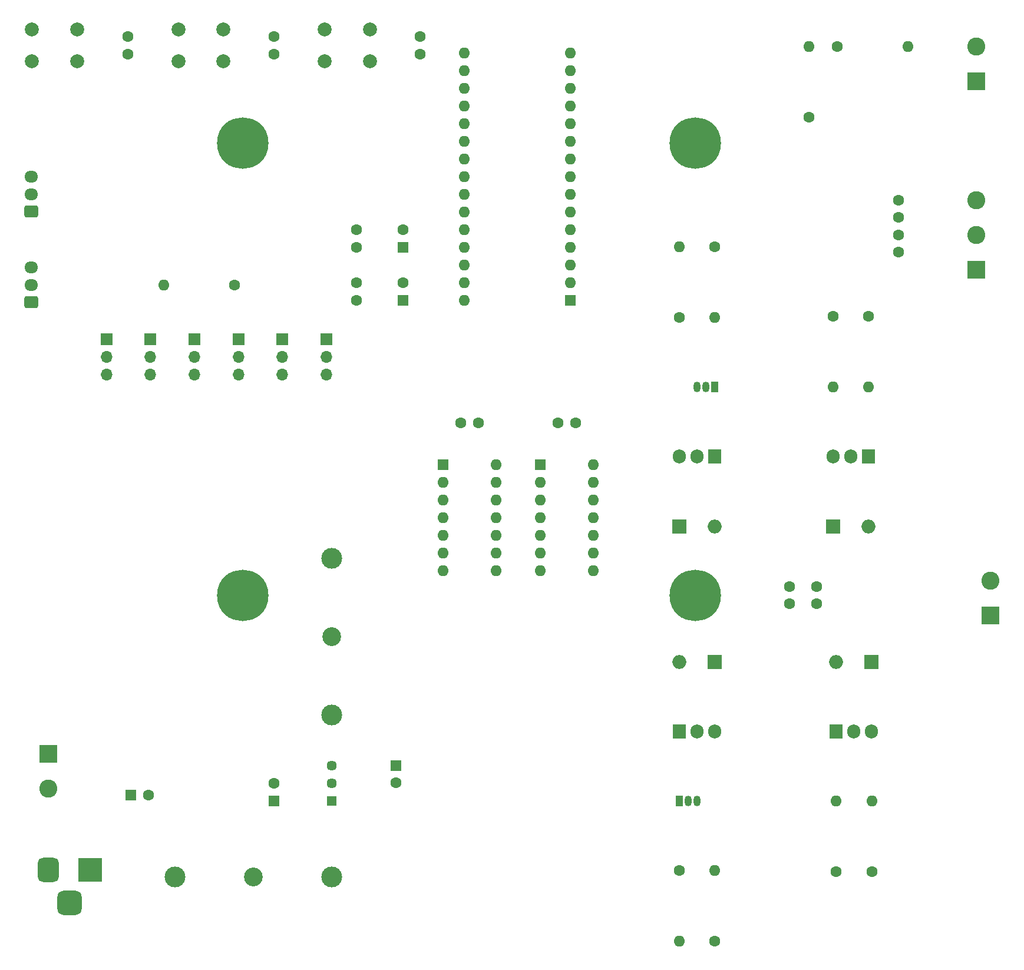
<source format=gbr>
G04 #@! TF.GenerationSoftware,KiCad,Pcbnew,(6.0.2)*
G04 #@! TF.CreationDate,2022-02-23T22:00:32+01:00*
G04 #@! TF.ProjectId,garagen_pcb,67617261-6765-46e5-9f70-63622e6b6963,rev?*
G04 #@! TF.SameCoordinates,Original*
G04 #@! TF.FileFunction,Soldermask,Bot*
G04 #@! TF.FilePolarity,Negative*
%FSLAX46Y46*%
G04 Gerber Fmt 4.6, Leading zero omitted, Abs format (unit mm)*
G04 Created by KiCad (PCBNEW (6.0.2)) date 2022-02-23 22:00:32*
%MOMM*%
%LPD*%
G01*
G04 APERTURE LIST*
G04 Aperture macros list*
%AMRoundRect*
0 Rectangle with rounded corners*
0 $1 Rounding radius*
0 $2 $3 $4 $5 $6 $7 $8 $9 X,Y pos of 4 corners*
0 Add a 4 corners polygon primitive as box body*
4,1,4,$2,$3,$4,$5,$6,$7,$8,$9,$2,$3,0*
0 Add four circle primitives for the rounded corners*
1,1,$1+$1,$2,$3*
1,1,$1+$1,$4,$5*
1,1,$1+$1,$6,$7*
1,1,$1+$1,$8,$9*
0 Add four rect primitives between the rounded corners*
20,1,$1+$1,$2,$3,$4,$5,0*
20,1,$1+$1,$4,$5,$6,$7,0*
20,1,$1+$1,$6,$7,$8,$9,0*
20,1,$1+$1,$8,$9,$2,$3,0*%
G04 Aperture macros list end*
%ADD10C,1.600000*%
%ADD11O,1.600000X1.600000*%
%ADD12R,3.500000X3.500000*%
%ADD13RoundRect,0.750000X-0.750000X-1.000000X0.750000X-1.000000X0.750000X1.000000X-0.750000X1.000000X0*%
%ADD14RoundRect,0.875000X-0.875000X-0.875000X0.875000X-0.875000X0.875000X0.875000X-0.875000X0.875000X0*%
%ADD15RoundRect,0.250000X0.725000X-0.600000X0.725000X0.600000X-0.725000X0.600000X-0.725000X-0.600000X0*%
%ADD16O,1.950000X1.700000*%
%ADD17R,1.448000X1.448000*%
%ADD18C,1.448000*%
%ADD19R,1.600000X1.600000*%
%ADD20C,0.800000*%
%ADD21C,7.400000*%
%ADD22R,1.700000X1.700000*%
%ADD23O,1.700000X1.700000*%
%ADD24R,2.600000X2.600000*%
%ADD25C,2.600000*%
%ADD26R,2.000000X2.000000*%
%ADD27O,2.000000X2.000000*%
%ADD28R,1.050000X1.500000*%
%ADD29O,1.050000X1.500000*%
%ADD30C,2.700000*%
%ADD31C,3.000000*%
%ADD32R,1.905000X2.000000*%
%ADD33O,1.905000X2.000000*%
%ADD34C,2.000000*%
G04 APERTURE END LIST*
D10*
X156032200Y-65435200D03*
D11*
X156032200Y-75595200D03*
D12*
X44201600Y-144990900D03*
D13*
X38201600Y-144990900D03*
D14*
X41201600Y-149690900D03*
D15*
X35712400Y-50339000D03*
D16*
X35712400Y-47839000D03*
X35712400Y-45339000D03*
D10*
X70612960Y-25211400D03*
X70612960Y-27711400D03*
D17*
X78917800Y-135051800D03*
D18*
X78917800Y-132511800D03*
X78917800Y-129971800D03*
D19*
X108867150Y-86761400D03*
D11*
X108867150Y-89301400D03*
X108867150Y-91841400D03*
X108867150Y-94381400D03*
X108867150Y-96921400D03*
X108867150Y-99461400D03*
X108867150Y-102001400D03*
X116487150Y-102001400D03*
X116487150Y-99461400D03*
X116487150Y-96921400D03*
X116487150Y-94381400D03*
X116487150Y-91841400D03*
X116487150Y-89301400D03*
X116487150Y-86761400D03*
D10*
X160324800Y-53699400D03*
X160324800Y-56199400D03*
D20*
X133077021Y-103549379D03*
X128339800Y-105511600D03*
X129152579Y-107473821D03*
D21*
X131114800Y-105511600D03*
D20*
X131114800Y-102736600D03*
X131114800Y-108286600D03*
X133889800Y-105511600D03*
X133077021Y-107473821D03*
X129152579Y-103549379D03*
D10*
X144729200Y-106744000D03*
X144729200Y-104244000D03*
D22*
X59166760Y-68747400D03*
D23*
X59166760Y-71287400D03*
X59166760Y-73827400D03*
D10*
X147464400Y-36808400D03*
D11*
X147464400Y-26648400D03*
D10*
X148564600Y-106744000D03*
X148564600Y-104244000D03*
D19*
X94907150Y-86761400D03*
D11*
X94907150Y-89301400D03*
X94907150Y-91841400D03*
X94907150Y-94381400D03*
X94907150Y-96921400D03*
X94907150Y-99461400D03*
X94907150Y-102001400D03*
X102527150Y-102001400D03*
X102527150Y-99461400D03*
X102527150Y-96921400D03*
X102527150Y-94381400D03*
X102527150Y-91841400D03*
X102527150Y-89301400D03*
X102527150Y-86761400D03*
D22*
X52847240Y-68747400D03*
D23*
X52847240Y-71287400D03*
X52847240Y-73827400D03*
D10*
X160324800Y-48699400D03*
X160324800Y-51199400D03*
X49582720Y-25211400D03*
X49582720Y-27711400D03*
D24*
X171526200Y-31648400D03*
D25*
X171526200Y-26648400D03*
D10*
X150952200Y-65435200D03*
D11*
X150952200Y-75595200D03*
D10*
X64922400Y-60898400D03*
D11*
X54762400Y-60898400D03*
D15*
X35712400Y-63398400D03*
D16*
X35712400Y-60898400D03*
X35712400Y-58398400D03*
D10*
X82433000Y-63119000D03*
X82433000Y-60619000D03*
D20*
X68077021Y-38549379D03*
X66114800Y-43286600D03*
X64152579Y-42473821D03*
X68889800Y-40511600D03*
X66114800Y-37736600D03*
X63339800Y-40511600D03*
D21*
X66114800Y-40511600D03*
D20*
X68077021Y-42473821D03*
X64152579Y-38549379D03*
D26*
X150952200Y-95595200D03*
D27*
X156032200Y-95595200D03*
D26*
X128854200Y-95595200D03*
D27*
X133934200Y-95595200D03*
D28*
X133934200Y-75595200D03*
D29*
X132664200Y-75595200D03*
X131394200Y-75595200D03*
D26*
X133934200Y-115102600D03*
D27*
X128854200Y-115102600D03*
D20*
X66114800Y-108286600D03*
D21*
X66114800Y-105511600D03*
D20*
X64152579Y-103549379D03*
X68077021Y-103549379D03*
X66114800Y-102736600D03*
X68077021Y-107473821D03*
X64152579Y-107473821D03*
X63339800Y-105511600D03*
X68889800Y-105511600D03*
D19*
X88112600Y-129971800D03*
D10*
X88112600Y-132471800D03*
D26*
X156438600Y-115102600D03*
D27*
X151358600Y-115102600D03*
D10*
X151358600Y-145262600D03*
D11*
X151358600Y-135102600D03*
D22*
X71805800Y-68747400D03*
D23*
X71805800Y-71287400D03*
X71805800Y-73827400D03*
D30*
X67667800Y-145999200D03*
D31*
X78917800Y-145999200D03*
X56417800Y-145999200D03*
D32*
X133934200Y-85595200D03*
D33*
X131394200Y-85595200D03*
X128854200Y-85595200D03*
D30*
X78917800Y-111457400D03*
D31*
X78917800Y-100207400D03*
X78917800Y-122707400D03*
D10*
X91643200Y-25211400D03*
X91643200Y-27711400D03*
D19*
X70586600Y-135051800D03*
D10*
X70586600Y-132551800D03*
D34*
X84378080Y-24211400D03*
X77878080Y-24211400D03*
X84378080Y-28711400D03*
X77878080Y-28711400D03*
D10*
X113917150Y-80700800D03*
X111417150Y-80700800D03*
D34*
X56847840Y-24211400D03*
X63347840Y-24211400D03*
X56847840Y-28711400D03*
X63347840Y-28711400D03*
D22*
X78125320Y-68747400D03*
D23*
X78125320Y-71287400D03*
X78125320Y-73827400D03*
D10*
X82433000Y-55499000D03*
X82433000Y-52999000D03*
D32*
X128854200Y-125102600D03*
D33*
X131394200Y-125102600D03*
X133934200Y-125102600D03*
D22*
X65486280Y-68747400D03*
D23*
X65486280Y-71287400D03*
X65486280Y-73827400D03*
D19*
X89164000Y-63119000D03*
D10*
X89164000Y-60619000D03*
X133934200Y-55435200D03*
D11*
X133934200Y-65595200D03*
D24*
X173558200Y-108384200D03*
D25*
X173558200Y-103384200D03*
D24*
X38201600Y-128295400D03*
D25*
X38201600Y-133295400D03*
D28*
X128854200Y-135102600D03*
D29*
X130124200Y-135102600D03*
X131394200Y-135102600D03*
D10*
X151528400Y-26648400D03*
D11*
X161688400Y-26648400D03*
D32*
X156032200Y-85595200D03*
D33*
X153492200Y-85595200D03*
X150952200Y-85595200D03*
D10*
X133934200Y-155262600D03*
D11*
X133934200Y-145102600D03*
D32*
X151358600Y-125102600D03*
D33*
X153898600Y-125102600D03*
X156438600Y-125102600D03*
D10*
X128854200Y-65595200D03*
D11*
X128854200Y-55435200D03*
D22*
X46527720Y-68747400D03*
D23*
X46527720Y-71287400D03*
X46527720Y-73827400D03*
D19*
X89164000Y-55499000D03*
D10*
X89164000Y-52999000D03*
D19*
X113233200Y-63119000D03*
D11*
X113233200Y-60579000D03*
X113233200Y-58039000D03*
X113233200Y-55499000D03*
X113233200Y-52959000D03*
X113233200Y-50419000D03*
X113233200Y-47879000D03*
X113233200Y-45339000D03*
X113233200Y-42799000D03*
X113233200Y-40259000D03*
X113233200Y-37719000D03*
X113233200Y-35179000D03*
X113233200Y-32639000D03*
X113233200Y-30099000D03*
X113233200Y-27559000D03*
X97993200Y-27559000D03*
X97993200Y-30099000D03*
X97993200Y-32639000D03*
X97993200Y-35179000D03*
X97993200Y-37719000D03*
X97993200Y-40259000D03*
X97993200Y-42799000D03*
X97993200Y-45339000D03*
X97993200Y-47879000D03*
X97993200Y-50419000D03*
X97993200Y-52959000D03*
X97993200Y-55499000D03*
X97993200Y-58039000D03*
X97993200Y-60579000D03*
X97993200Y-63119000D03*
D24*
X171526200Y-58699400D03*
D25*
X171526200Y-53699400D03*
X171526200Y-48699400D03*
D34*
X35817600Y-24211400D03*
X42317600Y-24211400D03*
X42317600Y-28711400D03*
X35817600Y-28711400D03*
D19*
X50063400Y-134264400D03*
D10*
X52563400Y-134264400D03*
D20*
X129152579Y-42473821D03*
X133077021Y-42473821D03*
D21*
X131114800Y-40511600D03*
D20*
X131114800Y-37736600D03*
X131114800Y-43286600D03*
X133077021Y-38549379D03*
X128339800Y-40511600D03*
X129152579Y-38549379D03*
X133889800Y-40511600D03*
D10*
X99957150Y-80700800D03*
X97457150Y-80700800D03*
X156565600Y-145262600D03*
D11*
X156565600Y-135102600D03*
D10*
X128854200Y-145102600D03*
D11*
X128854200Y-155262600D03*
M02*

</source>
